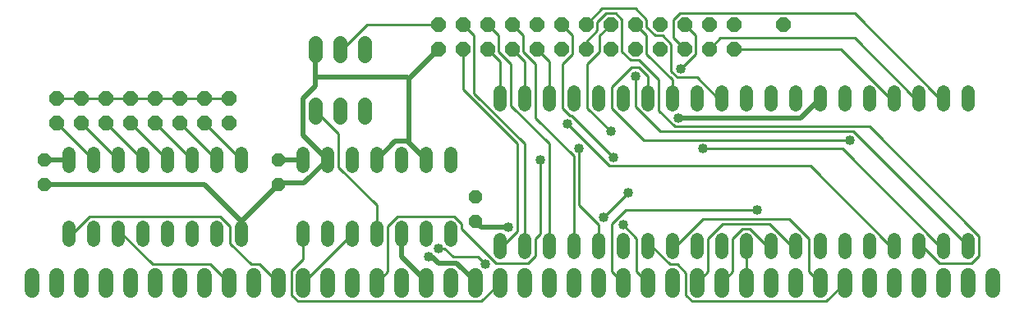
<source format=gtl>
G75*
%MOIN*%
%OFA0B0*%
%FSLAX24Y24*%
%IPPOS*%
%LPD*%
%AMOC8*
5,1,8,0,0,1.08239X$1,22.5*
%
%ADD10C,0.0600*%
%ADD11OC8,0.0600*%
%ADD12OC8,0.0520*%
%ADD13C,0.0520*%
%ADD14C,0.0560*%
%ADD15C,0.0200*%
%ADD16C,0.0400*%
%ADD17C,0.0100*%
D10*
X000680Y000880D02*
X000680Y001480D01*
X001680Y001480D02*
X001680Y000880D01*
X002680Y000880D02*
X002680Y001480D01*
X003680Y001480D02*
X003680Y000880D01*
X004680Y000880D02*
X004680Y001480D01*
X005680Y001480D02*
X005680Y000880D01*
X006680Y000880D02*
X006680Y001480D01*
X007680Y001480D02*
X007680Y000880D01*
X008680Y000880D02*
X008680Y001480D01*
X009680Y001480D02*
X009680Y000880D01*
X010680Y000880D02*
X010680Y001480D01*
X011680Y001480D02*
X011680Y000880D01*
X012680Y000880D02*
X012680Y001480D01*
X013680Y001480D02*
X013680Y000880D01*
X014680Y000880D02*
X014680Y001480D01*
X015680Y001480D02*
X015680Y000880D01*
X016680Y000880D02*
X016680Y001480D01*
X017680Y001480D02*
X017680Y000880D01*
X018680Y000880D02*
X018680Y001480D01*
X019680Y001480D02*
X019680Y000880D01*
X020680Y000880D02*
X020680Y001480D01*
X021680Y001480D02*
X021680Y000880D01*
X022680Y000880D02*
X022680Y001480D01*
X023680Y001480D02*
X023680Y000880D01*
X024680Y000880D02*
X024680Y001480D01*
X025680Y001480D02*
X025680Y000880D01*
X026680Y000880D02*
X026680Y001480D01*
X027680Y001480D02*
X027680Y000880D01*
X028680Y000880D02*
X028680Y001480D01*
X029680Y001480D02*
X029680Y000880D01*
X030680Y000880D02*
X030680Y001480D01*
X031680Y001480D02*
X031680Y000880D01*
X032680Y000880D02*
X032680Y001480D01*
X033680Y001480D02*
X033680Y000880D01*
X034680Y000880D02*
X034680Y001480D01*
X035680Y001480D02*
X035680Y000880D01*
X036680Y000880D02*
X036680Y001480D01*
X037680Y001480D02*
X037680Y000880D01*
X038680Y000880D02*
X038680Y001480D01*
X039680Y001480D02*
X039680Y000880D01*
D11*
X029180Y010680D03*
X028180Y010680D03*
X027180Y010680D03*
X026180Y010680D03*
X025180Y010680D03*
X024180Y010680D03*
X023180Y010680D03*
X022180Y010680D03*
X021180Y010680D03*
X020180Y010680D03*
X019180Y010680D03*
X018180Y010680D03*
X017180Y010680D03*
X017180Y011680D03*
X018180Y011680D03*
X019180Y011680D03*
X020180Y011680D03*
X021180Y011680D03*
X022180Y011680D03*
X023180Y011680D03*
X024180Y011680D03*
X025180Y011680D03*
X026180Y011680D03*
X027180Y011680D03*
X028180Y011680D03*
X029180Y011680D03*
X031180Y011680D03*
X008680Y008680D03*
X007680Y008680D03*
X006680Y008680D03*
X005680Y008680D03*
X004680Y008680D03*
X003680Y008680D03*
X002680Y008680D03*
X001680Y008680D03*
X001680Y007680D03*
X002680Y007680D03*
X003680Y007680D03*
X004680Y007680D03*
X005680Y007680D03*
X006680Y007680D03*
X007680Y007680D03*
X008680Y007680D03*
D12*
X010680Y006180D03*
X010680Y005180D03*
X018680Y004680D03*
X018680Y003680D03*
X001180Y005180D03*
X001180Y006180D03*
D13*
X002180Y005920D02*
X002180Y006440D01*
X003180Y006440D02*
X003180Y005920D01*
X004180Y005920D02*
X004180Y006440D01*
X005180Y006440D02*
X005180Y005920D01*
X006180Y005920D02*
X006180Y006440D01*
X007180Y006440D02*
X007180Y005920D01*
X008180Y005920D02*
X008180Y006440D01*
X009180Y006440D02*
X009180Y005920D01*
X011680Y005920D02*
X011680Y006440D01*
X012680Y006440D02*
X012680Y005920D01*
X013680Y005920D02*
X013680Y006440D01*
X014680Y006440D02*
X014680Y005920D01*
X015680Y005920D02*
X015680Y006440D01*
X016680Y006440D02*
X016680Y005920D01*
X017680Y005920D02*
X017680Y006440D01*
X019680Y008420D02*
X019680Y008940D01*
X020680Y008940D02*
X020680Y008420D01*
X021680Y008420D02*
X021680Y008940D01*
X022680Y008940D02*
X022680Y008420D01*
X023680Y008420D02*
X023680Y008940D01*
X024680Y008940D02*
X024680Y008420D01*
X025680Y008420D02*
X025680Y008940D01*
X026680Y008940D02*
X026680Y008420D01*
X027680Y008420D02*
X027680Y008940D01*
X028680Y008940D02*
X028680Y008420D01*
X029680Y008420D02*
X029680Y008940D01*
X030680Y008940D02*
X030680Y008420D01*
X031680Y008420D02*
X031680Y008940D01*
X032680Y008940D02*
X032680Y008420D01*
X033680Y008420D02*
X033680Y008940D01*
X034680Y008940D02*
X034680Y008420D01*
X035680Y008420D02*
X035680Y008940D01*
X036680Y008940D02*
X036680Y008420D01*
X037680Y008420D02*
X037680Y008940D01*
X038680Y008940D02*
X038680Y008420D01*
X038680Y002940D02*
X038680Y002420D01*
X037680Y002420D02*
X037680Y002940D01*
X036680Y002940D02*
X036680Y002420D01*
X035680Y002420D02*
X035680Y002940D01*
X034680Y002940D02*
X034680Y002420D01*
X033680Y002420D02*
X033680Y002940D01*
X032680Y002940D02*
X032680Y002420D01*
X031680Y002420D02*
X031680Y002940D01*
X030680Y002940D02*
X030680Y002420D01*
X029680Y002420D02*
X029680Y002940D01*
X028680Y002940D02*
X028680Y002420D01*
X027680Y002420D02*
X027680Y002940D01*
X026680Y002940D02*
X026680Y002420D01*
X025680Y002420D02*
X025680Y002940D01*
X024680Y002940D02*
X024680Y002420D01*
X023680Y002420D02*
X023680Y002940D01*
X022680Y002940D02*
X022680Y002420D01*
X021680Y002420D02*
X021680Y002940D01*
X020680Y002940D02*
X020680Y002420D01*
X019680Y002420D02*
X019680Y002940D01*
X017680Y002920D02*
X017680Y003440D01*
X016680Y003440D02*
X016680Y002920D01*
X015680Y002920D02*
X015680Y003440D01*
X014680Y003440D02*
X014680Y002920D01*
X013680Y002920D02*
X013680Y003440D01*
X012680Y003440D02*
X012680Y002920D01*
X011680Y002920D02*
X011680Y003440D01*
X009180Y003440D02*
X009180Y002920D01*
X008180Y002920D02*
X008180Y003440D01*
X007180Y003440D02*
X007180Y002920D01*
X006180Y002920D02*
X006180Y003440D01*
X005180Y003440D02*
X005180Y002920D01*
X004180Y002920D02*
X004180Y003440D01*
X003180Y003440D02*
X003180Y002920D01*
X002180Y002920D02*
X002180Y003440D01*
D14*
X012180Y007900D02*
X012180Y008460D01*
X013180Y008460D02*
X013180Y007900D01*
X014180Y007900D02*
X014180Y008460D01*
X014180Y010400D02*
X014180Y010960D01*
X013180Y010960D02*
X013180Y010400D01*
X012180Y010400D02*
X012180Y010960D01*
D15*
X012180Y010680D02*
X012180Y009530D01*
X015930Y009530D01*
X015980Y009480D01*
X017180Y010680D01*
X015980Y009480D02*
X015980Y006980D01*
X015930Y006930D01*
X016680Y006180D01*
X015930Y006930D02*
X015430Y006930D01*
X014680Y006180D01*
X012680Y006180D02*
X011680Y007180D01*
X011680Y008680D01*
X012180Y009180D01*
X012180Y009530D01*
X011680Y006180D02*
X010680Y006180D01*
X011730Y005230D02*
X012680Y006180D01*
X011730Y005230D02*
X010730Y005230D01*
X010680Y005180D01*
X009180Y003680D01*
X007680Y005180D01*
X001180Y005180D01*
X001180Y006180D02*
X002180Y006180D01*
X009180Y003680D02*
X009180Y003180D01*
X015680Y003180D02*
X015680Y002230D01*
X016680Y001230D01*
X016680Y001180D01*
X017930Y001980D02*
X018680Y001230D01*
X018680Y001180D01*
X017930Y001980D02*
X017180Y001980D01*
X016930Y002230D01*
X016780Y002230D01*
X018680Y003680D02*
X018930Y003430D01*
X020030Y003430D01*
X026930Y007880D02*
X031880Y007880D01*
X032680Y008680D01*
D16*
X033880Y006980D03*
X027930Y006630D03*
X024280Y006280D03*
X022880Y006630D03*
X021330Y006180D03*
X024180Y007330D03*
X022430Y007630D03*
X026930Y007880D03*
X025180Y009580D03*
X027030Y009880D03*
X024880Y004830D03*
X023880Y003830D03*
X024680Y003530D03*
X020030Y003430D03*
X017180Y002580D03*
X016780Y002230D03*
X019080Y001930D03*
X030130Y004130D03*
D17*
X024780Y004130D01*
X024230Y003580D01*
X024230Y001630D01*
X024680Y001180D01*
X025230Y001630D02*
X025680Y001180D01*
X025230Y001630D02*
X025230Y002980D01*
X024680Y003530D01*
X023880Y003830D02*
X024880Y004830D01*
X023680Y003530D02*
X022880Y004330D01*
X022880Y006630D01*
X022680Y006330D02*
X021130Y007880D01*
X021130Y010080D01*
X020630Y010580D01*
X020630Y011230D01*
X020180Y011680D01*
X019630Y011230D02*
X019180Y011680D01*
X018630Y011230D02*
X018180Y011680D01*
X017180Y011680D02*
X014280Y011680D01*
X013280Y010680D01*
X013180Y010680D01*
X018180Y010680D02*
X018180Y009030D01*
X020380Y006830D01*
X020380Y003280D01*
X019780Y002680D01*
X019680Y002680D01*
X020680Y002680D02*
X020680Y006830D01*
X018630Y008880D01*
X018630Y011230D01*
X019630Y011230D02*
X019630Y010580D01*
X020130Y010080D01*
X020130Y008380D01*
X021680Y006830D01*
X021680Y002680D01*
X021330Y003180D02*
X021130Y002980D01*
X021130Y002280D01*
X020830Y001980D01*
X019530Y001980D01*
X018130Y003380D01*
X018130Y003580D01*
X017830Y003880D01*
X015530Y003880D01*
X015130Y003480D01*
X015130Y001630D01*
X014680Y001180D01*
X013680Y003180D02*
X011680Y001180D01*
X010680Y001180D02*
X009930Y001930D01*
X009580Y001930D01*
X008730Y002780D01*
X008730Y003480D01*
X008330Y003880D01*
X003030Y003880D01*
X002330Y003180D01*
X002180Y003180D01*
X004180Y003180D02*
X004330Y003180D01*
X005580Y001930D01*
X007930Y001930D01*
X008680Y001180D01*
X011230Y000680D02*
X011480Y000430D01*
X018930Y000430D01*
X019680Y001180D01*
X019080Y001930D02*
X018780Y002230D01*
X017780Y002230D01*
X017430Y002580D01*
X017180Y002580D01*
X014680Y003180D02*
X014680Y004330D01*
X013130Y005880D01*
X013130Y007230D01*
X012180Y008180D01*
X008680Y008680D02*
X007680Y008680D01*
X006680Y008680D01*
X005680Y008680D01*
X004680Y008680D01*
X003680Y008680D01*
X002680Y008680D01*
X001680Y008680D01*
X001680Y007680D02*
X003180Y006180D01*
X004180Y006180D02*
X002680Y007680D01*
X003680Y007680D02*
X005180Y006180D01*
X006180Y006180D02*
X004680Y007680D01*
X005680Y007680D02*
X007180Y006180D01*
X008180Y006180D02*
X006680Y007680D01*
X007680Y007680D02*
X009180Y006180D01*
X011680Y003180D02*
X011680Y002130D01*
X011230Y001680D01*
X011230Y000680D01*
X021330Y003180D02*
X021330Y006180D01*
X022680Y006330D02*
X022680Y002680D01*
X023680Y002680D02*
X023680Y003530D01*
X025680Y002680D02*
X025830Y002680D01*
X026580Y001930D01*
X026880Y001930D01*
X027230Y001580D01*
X027230Y000680D01*
X027480Y000430D01*
X032930Y000430D01*
X033680Y001180D01*
X032680Y001180D02*
X032230Y001630D01*
X032230Y002980D01*
X031430Y003780D01*
X027930Y003780D01*
X026830Y002680D01*
X026680Y002680D01*
X028130Y002980D02*
X028130Y001630D01*
X027680Y001180D01*
X028680Y001180D02*
X029130Y001630D01*
X029130Y002980D01*
X029530Y003380D01*
X029830Y003380D01*
X030530Y002680D01*
X030680Y002680D01*
X031530Y002680D02*
X030630Y003580D01*
X028730Y003580D01*
X028130Y002980D01*
X029680Y002680D02*
X029680Y001180D01*
X031530Y002680D02*
X031680Y002680D01*
X032280Y005930D02*
X035530Y002680D01*
X035680Y002680D01*
X036680Y002680D02*
X036830Y002680D01*
X037530Y001980D01*
X038830Y001980D01*
X039130Y002280D01*
X039130Y003080D01*
X034680Y007530D01*
X026780Y007530D01*
X026130Y008180D01*
X026130Y009430D01*
X025330Y010230D01*
X024980Y010230D01*
X024630Y010580D01*
X024630Y011880D01*
X024380Y012130D01*
X023980Y012130D01*
X023630Y011780D01*
X023630Y011430D01*
X023180Y010980D01*
X023180Y010680D01*
X023730Y010580D02*
X023730Y011230D01*
X024180Y011680D01*
X025180Y011680D02*
X025630Y011230D01*
X025630Y010480D01*
X026680Y009430D01*
X026680Y008680D01*
X025680Y008680D02*
X025680Y009580D01*
X025330Y009930D01*
X025030Y009930D01*
X024230Y009130D01*
X024230Y008280D01*
X025530Y006980D01*
X033880Y006980D01*
X034030Y007330D02*
X026180Y007330D01*
X025180Y008330D01*
X025180Y009580D01*
X026630Y009780D02*
X026880Y009530D01*
X027680Y009530D01*
X028530Y008680D01*
X028680Y008680D01*
X026630Y009780D02*
X026630Y010880D01*
X026280Y011230D01*
X025980Y011230D01*
X025630Y011580D01*
X025630Y011880D01*
X025180Y012330D01*
X023830Y012330D01*
X023180Y011680D01*
X022630Y011230D02*
X022180Y011680D01*
X022630Y011230D02*
X022630Y010480D01*
X022230Y010080D01*
X022230Y008280D01*
X022530Y007980D01*
X022580Y007980D01*
X024280Y006280D01*
X024130Y005930D02*
X022430Y007630D01*
X023230Y008280D02*
X023230Y010080D01*
X023730Y010580D01*
X021680Y010180D02*
X021180Y010680D01*
X020680Y010180D02*
X020180Y010680D01*
X019680Y010180D02*
X019180Y010680D01*
X019680Y010180D02*
X019680Y008680D01*
X020680Y008680D02*
X020680Y010180D01*
X021680Y010180D02*
X021680Y008680D01*
X023230Y008280D02*
X024180Y007330D01*
X027930Y006630D02*
X033580Y006630D01*
X037530Y002680D01*
X037680Y002680D01*
X038680Y002680D02*
X034030Y007330D01*
X032280Y005930D02*
X024130Y005930D01*
X033530Y010680D02*
X035530Y008680D01*
X035680Y008680D01*
X036530Y008680D02*
X034080Y011130D01*
X028630Y011130D01*
X028180Y010680D01*
X027630Y010480D02*
X027630Y011230D01*
X027180Y011680D01*
X026730Y011880D02*
X026730Y011130D01*
X027180Y010680D01*
X027630Y010480D02*
X027030Y009880D01*
X029180Y010680D02*
X033530Y010680D01*
X034080Y012130D02*
X026980Y012130D01*
X026730Y011880D01*
X034080Y012130D02*
X037530Y008680D01*
X037680Y008680D01*
X036680Y008680D02*
X036530Y008680D01*
M02*

</source>
